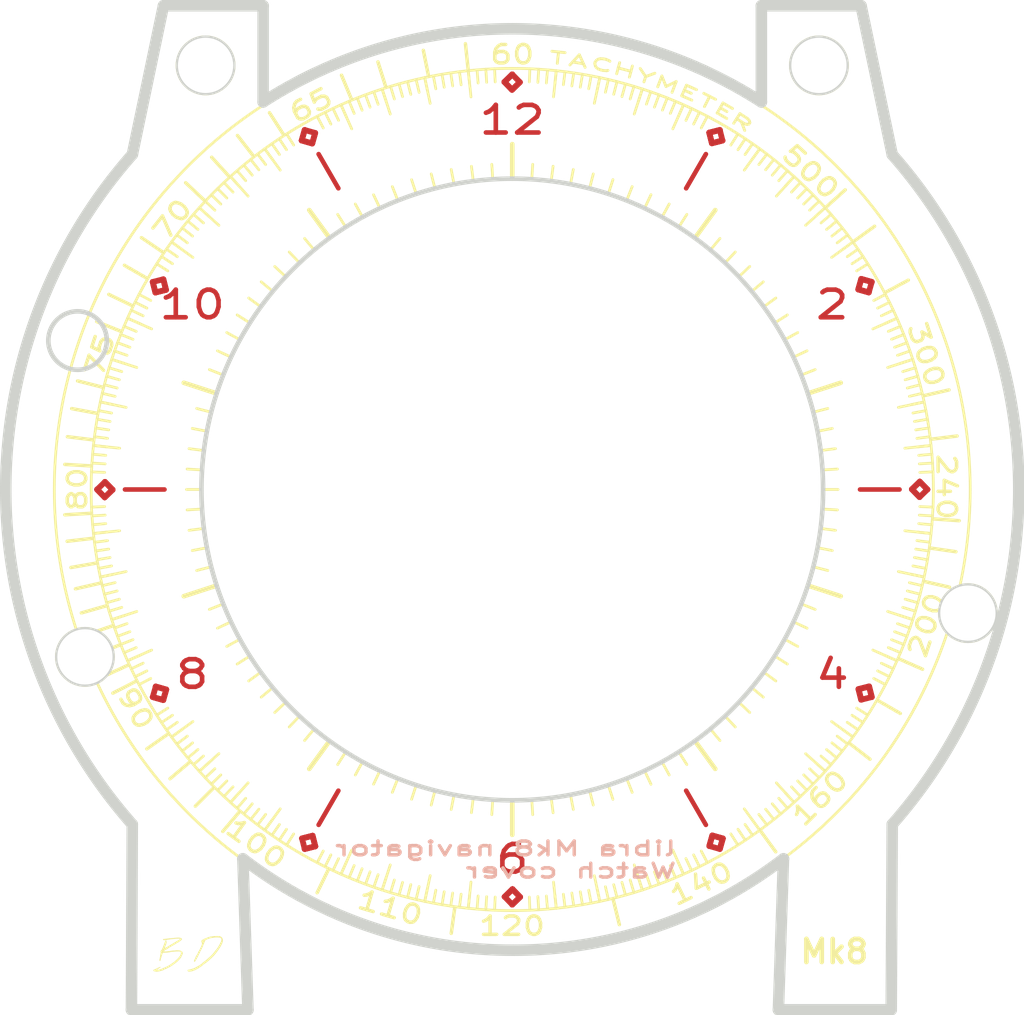
<source format=kicad_pcb>
(kicad_pcb (version 20211014) (generator pcbnew)
  (layers (0 "F.Cu" signal) (31 "B.Cu" signal) (34 "B.Paste" user) (35 "F.Paste" user) (36 "B.SilkS" user "B.Silkscreen") (37 "F.SilkS" user "F.Silkscreen") (38 "B.Mask" user) (39 "F.Mask" user) (44 "Edge.Cuts" user))
  (net 0 "")
  (footprint "BartLib_Logo:BD_small 3.5x2.6" (layer "F.Cu") (at 137.069147 115.256866)
    (fp_text reference "G***" hide)
    (fp_text value "LOGO" hide)
  )
  (gr_line (start 141.995551 79.94135) (end 142.451339 80.070799) (layer "F.Cu") (width 0.25))
  (gr_line (start 166.754438 104.115) (end 166.63865 103.655551) (layer "F.Cu") (width 0.25))
  (gr_line (start 133.45 94.77) (end 133.78 95.11) (layer "F.Cu") (width 0.25))
  (gr_line (start 168.84 94.76) (end 168.5 95.09) (layer "F.Cu") (width 0.25))
  (gr_line (start 160.155 79.485562) (end 159.695551 79.60135) (layer "F.Cu") (width 0.25))
  (gr_line (start 133.44 95.44) (end 133.78 95.11) (layer "F.Cu") (width 0.25))
  (gr_line (start 166.754438 86.085) (end 166.29865 85.955551) (layer "F.Cu") (width 0.25))
  (gr_line (start 166.63865 103.655551) (end 166.179201 103.771339) (layer "F.Cu") (width 0.25))
  (gr_line (start 142.580788 79.615011) (end 142.451339 80.070799) (layer "F.Cu") (width 0.25))
  (gr_line (start 151.14 113.13) (end 151.48 112.8) (layer "F.Cu") (width 0.25))
  (gr_line (start 135.64135 86.544449) (end 136.100799 86.428661) (layer "F.Cu") (width 0.25))
  (gr_line (start 135.525562 104.115) (end 135.98135 104.244449) (layer "F.Cu") (width 0.25))
  (gr_line (start 166.63865 103.655551) (end 166.179201 103.771339) (layer "F.Cu") (width 0.25))
  (gr_line (start 151.14 77.07) (end 151.47 77.41) (layer "F.Cu") (width 0.25))
  (gr_line (start 166.754438 86.085) (end 166.624989 86.540788) (layer "F.Cu") (width 0.25))
  (gr_line (start 166.754438 104.115) (end 166.294989 104.230788) (layer "F.Cu") (width 0.25))
  (gr_line (start 141.995551 79.94135) (end 142.451339 80.070799) (layer "F.Cu") (width 0.25))
  (gr_line (start 151.14 113.13) (end 151.48 112.8) (layer "F.Cu") (width 0.25))
  (gr_line (start 135.525562 86.085) (end 135.64135 86.544449) (layer "F.Cu") (width 0.25))
  (gr_line (start 150.8 77.4) (end 151.13 77.74) (layer "F.Cu") (width 0.25))
  (gr_line (start 160.284449 110.25865) (end 159.828661 110.129201) (layer "F.Cu") (width 0.25))
  (gr_line (start 166.754438 86.085) (end 166.29865 85.955551) (layer "F.Cu") (width 0.25))
  (gr_line (start 135.525562 86.085) (end 135.985011 85.969212) (layer "F.Cu") (width 0.25))
  (gr_line (start 166.754438 104.115) (end 166.63865 103.655551) (layer "F.Cu") (width 0.25))
  (gr_line (start 133.44 95.44) (end 133.78 95.11) (layer "F.Cu") (width 0.25))
  (gr_line (start 168.84 94.76) (end 168.5 95.09) (layer "F.Cu") (width 0.25))
  (gr_line (start 160.284449 110.25865) (end 159.828661 110.129201) (layer "F.Cu") (width 0.25))
  (gr_line (start 159.695551 79.60135) (end 159.811339 80.060799) (layer "F.Cu") (width 0.25))
  (gr_line (start 142.009212 110.254989) (end 142.468661 110.139201) (layer "F.Cu") (width 0.25))
  (gr_line (start 169.17 95.1) (end 168.84 94.76) (layer "F.Cu") (width 0.25))
  (gr_line (start 141.995551 79.94135) (end 142.451339 80.070799) (layer "F.Cu") (width 0.25))
  (gr_line (start 135.98135 104.244449) (end 136.110799 103.788661) (layer "F.Cu") (width 0.25))
  (gr_line (start 135.985011 85.969212) (end 136.100799 86.428661) (layer "F.Cu") (width 0.25))
  (gr_line (start 142.580788 79.615011) (end 142.451339 80.070799) (layer "F.Cu") (width 0.25))
  (gr_line (start 151.14 77.07) (end 150.8 77.4) (layer "F.Cu") (width 0.25))
  (gr_line (start 166.624989 86.540788) (end 166.169201 86.411339) (layer "F.Cu") (width 0.25))
  (gr_line (start 160.155 110.714438) (end 160.284449 110.25865) (layer "F.Cu") (width 0.25))
  (gr_line (start 166.29865 85.955551) (end 166.169201 86.411339) (layer "F.Cu") (width 0.25))
  (gr_line (start 142.125 79.485562) (end 141.995551 79.94135) (layer "F.Cu") (width 0.25))
  (gr_line (start 160.270788 79.945011) (end 159.811339 80.060799) (layer "F.Cu") (width 0.25))
  (gr_line (start 159.699212 110.584989) (end 159.828661 110.129201) (layer "F.Cu") (width 0.25))
  (gr_line (start 151.47 77.41) (end 151.13 77.74) (layer "F.Cu") (width 0.25))
  (gr_line (start 166.29865 85.955551) (end 166.169201 86.411339) (layer "F.Cu") (width 0.25))
  (gr_line (start 166.294989 104.230788) (end 166.179201 103.771339) (layer "F.Cu") (width 0.25))
  (gr_line (start 151.48 112.8) (end 151.15 112.46) (layer "F.Cu") (width 0.25))
  (gr_line (start 160.270788 79.945011) (end 159.811339 80.060799) (layer "F.Cu") (width 0.25))
  (gr_line (start 150.81 112.79) (end 151.15 112.46) (layer "F.Cu") (width 0.25))
  (gr_line (start 166.754438 104.115) (end 166.63865 103.655551) (layer "F.Cu") (width 0.25))
  (gr_line (start 135.64135 86.544449) (end 136.100799 86.428661) (layer "F.Cu") (width 0.25))
  (gr_line (start 142.125 110.714438) (end 142.009212 110.254989) (layer "F.Cu") (width 0.25))
  (gr_line (start 160.155 79.485562) (end 159.695551 79.60135) (layer "F.Cu") (width 0.25))
  (gr_line (start 168.84 94.76) (end 168.5 95.09) (layer "F.Cu") (width 0.25))
  (gr_line (start 135.525562 104.115) (end 135.98135 104.244449) (layer "F.Cu") (width 0.25))
  (gr_line (start 159.695551 79.60135) (end 159.811339 80.060799) (layer "F.Cu") (width 0.25))
  (gr_line (start 151.47 77.41) (end 151.13 77.74) (layer "F.Cu") (width 0.25))
  (gr_line (start 168.83 95.43) (end 168.5 95.09) (layer "F.Cu") (width 0.25))
  (gr_line (start 142.584449 110.59865) (end 142.468661 110.139201) (layer "F.Cu") (width 0.25))
  (gr_line (start 169.17 95.1) (end 168.84 94.76) (layer "F.Cu") (width 0.25))
  (gr_line (start 133.45 94.77) (end 133.78 95.11) (layer "F.Cu") (width 0.25))
  (gr_line (start 150.81 112.79) (end 151.15 112.46) (layer "F.Cu") (width 0.25))
  (gr_line (start 166.29865 85.955551) (end 166.169201 86.411339) (layer "F.Cu") (width 0.25))
  (gr_line (start 166.63865 103.655551) (end 166.179201 103.771339) (layer "F.Cu") (width 0.25))
  (gr_line (start 159.695551 79.60135) (end 159.811339 80.060799) (layer "F.Cu") (width 0.25))
  (gr_line (start 160.155 110.714438) (end 160.284449 110.25865) (layer "F.Cu") (width 0.25))
  (gr_line (start 168.83 95.43) (end 168.5 95.09) (layer "F.Cu") (width 0.25))
  (gr_line (start 142.125 110.714438) (end 142.584449 110.59865) (layer "F.Cu") (width 0.25))
  (gr_line (start 135.655011 103.659212) (end 136.110799 103.788661) (layer "F.Cu") (width 0.25))
  (gr_line (start 135.98135 104.244449) (end 136.110799 103.788661) (layer "F.Cu") (width 0.25))
  (gr_line (start 160.284449 110.25865) (end 159.828661 110.129201) (layer "F.Cu") (width 0.25))
  (gr_line (start 169.17 95.1) (end 168.83 95.43) (layer "F.Cu") (width 0.25))
  (gr_line (start 135.655011 103.659212) (end 136.110799 103.788661) (layer "F.Cu") (width 0.25))
  (gr_line (start 142.125 110.714438) (end 142.584449 110.59865) (layer "F.Cu") (width 0.25))
  (gr_line (start 133.11 95.1) (end 133.44 95.44) (layer "F.Cu") (width 0.25))
  (gr_line (start 151.14 113.13) (end 150.81 112.79) (layer "F.Cu") (width 0.25))
  (gr_line (start 166.294989 104.230788) (end 166.179201 103.771339) (layer "F.Cu") (width 0.25))
  (gr_line (start 133.11 95.1) (end 133.44 95.44) (layer "F.Cu") (width 0.25))
  (gr_line (start 133.11 95.1) (end 133.45 94.77) (layer "F.Cu") (width 0.25))
  (gr_line (start 151.47 77.41) (end 151.13 77.74) (layer "F.Cu") (width 0.25))
  (gr_line (start 142.009212 110.254989) (end 142.468661 110.139201) (layer "F.Cu") (width 0.25))
  (gr_line (start 160.155 79.485562) (end 160.270788 79.945011) (layer "F.Cu") (width 0.25))
  (gr_line (start 133.45 94.77) (end 133.78 95.11) (layer "F.Cu") (width 0.25))
  (gr_line (start 142.584449 110.59865) (end 142.468661 110.139201) (layer "F.Cu") (width 0.25))
  (gr_line (start 160.270788 79.945011) (end 159.811339 80.060799) (layer "F.Cu") (width 0.25))
  (gr_line (start 135.525562 104.115) (end 135.655011 103.659212) (layer "F.Cu") (width 0.25))
  (gr_line (start 135.985011 85.969212) (end 136.100799 86.428661) (layer "F.Cu") (width 0.25))
  (gr_line (start 168.83 95.43) (end 168.5 95.09) (layer "F.Cu") (width 0.25))
  (gr_line (start 151.14 77.07) (end 150.8 77.4) (layer "F.Cu") (width 0.25))
  (gr_line (start 142.584449 110.59865) (end 142.468661 110.139201) (layer "F.Cu") (width 0.25))
  (gr_line (start 142.580788 79.615011) (end 142.451339 80.070799) (layer "F.Cu") (width 0.25))
  (gr_line (start 135.525562 104.115) (end 135.98135 104.244449) (layer "F.Cu") (width 0.25))
  (gr_line (start 151.14 77.07) (end 150.8 77.4) (layer "F.Cu") (width 0.25))
  (gr_line (start 142.009212 110.254989) (end 142.468661 110.139201) (layer "F.Cu") (width 0.25))
  (gr_line (start 151.14 113.13) (end 151.48 112.8) (layer "F.Cu") (width 0.25))
  (gr_line (start 159.699212 110.584989) (end 159.828661 110.129201) (layer "F.Cu") (width 0.25))
  (gr_line (start 151.48 112.8) (end 151.15 112.46) (layer "F.Cu") (width 0.25))
  (gr_line (start 135.985011 85.969212) (end 136.100799 86.428661) (layer "F.Cu") (width 0.25))
  (gr_line (start 169.17 95.1) (end 168.84 94.76) (layer "F.Cu") (width 0.25))
  (gr_line (start 166.754438 86.085) (end 166.29865 85.955551) (layer "F.Cu") (width 0.25))
  (gr_line (start 135.98135 104.244449) (end 136.110799 103.788661) (layer "F.Cu") (width 0.25))
  (gr_line (start 135.525562 86.085) (end 135.64135 86.544449) (layer "F.Cu") (width 0.25))
  (gr_line (start 135.525562 86.085) (end 135.64135 86.544449) (layer "F.Cu") (width 0.25))
  (gr_line (start 142.125 79.485562) (end 141.995551 79.94135) (layer "F.Cu") (width 0.25))
  (gr_line (start 166.624989 86.540788) (end 166.169201 86.411339) (layer "F.Cu") (width 0.25))
  (gr_line (start 142.125 79.485562) (end 141.995551 79.94135) (layer "F.Cu") (width 0.25))
  (gr_line (start 151.48 112.8) (end 151.15 112.46) (layer "F.Cu") (width 0.25))
  (gr_line (start 160.155 79.485562) (end 159.695551 79.60135) (layer "F.Cu") (width 0.25))
  (gr_line (start 135.64135 86.544449) (end 136.100799 86.428661) (layer "F.Cu") (width 0.25))
  (gr_line (start 142.125 110.714438) (end 142.584449 110.59865) (layer "F.Cu") (width 0.25))
  (gr_line (start 159.699212 110.584989) (end 159.828661 110.129201) (layer "F.Cu") (width 0.25))
  (gr_line (start 160.155 110.714438) (end 159.699212 110.584989) (layer "F.Cu") (width 0.25))
  (gr_line (start 135.655011 103.659212) (end 136.110799 103.788661) (layer "F.Cu") (width 0.25))
  (gr_line (start 142.125 79.485562) (end 142.580788 79.615011) (layer "F.Cu") (width 0.25))
  (gr_line (start 150.8 77.4) (end 151.13 77.74) (layer "F.Cu") (width 0.25))
  (gr_line (start 166.624989 86.540788) (end 166.169201 86.411339) (layer "F.Cu") (width 0.25))
  (gr_line (start 166.294989 104.230788) (end 166.179201 103.771339) (layer "F.Cu") (width 0.25))
  (gr_line (start 150.81 112.79) (end 151.15 112.46) (layer "F.Cu") (width 0.25))
  (gr_line (start 150.8 77.4) (end 151.13 77.74) (layer "F.Cu") (width 0.25))
  (gr_line (start 160.155 110.714438) (end 160.284449 110.25865) (layer "F.Cu") (width 0.25))
  (gr_line (start 133.11 95.1) (end 133.44 95.44) (layer "F.Cu") (width 0.25))
  (gr_line (start 133.44 95.44) (end 133.78 95.11) (layer "F.Cu") (width 0.25))
  (gr_line (start 150.374094 113.373957) (end 150.398053 112.802309) (layer "F.SilkS") (width 0.12))
  (gr_line (start 140.701649 80.081181) (end 141.028183 80.551002) (layer "F.SilkS") (width 0.12))
  (gr_line (start 138.588017 90.130319) (end 137.983662 89.891038) (layer "F.SilkS") (width 0.12))
  (gr_circle (center 164.46 76.68) (end 165.66 76.68) (layer "F.SilkS") (width 0.2) (fill none))
  (gr_line (start 161.890592 80.303079) (end 161.554291 80.765958) (layer "F.SilkS") (width 0.12))
  (gr_line (start 161.261531 110.334129) (end 160.944908 109.857573) (layer "F.SilkS") (width 0.12))
  (gr_line (start 168.534824 100.751921) (end 167.990677 100.575117) (layer "F.SilkS") (width 0.12))
  (gr_line (start 143.204899 84.178271) (end 142.822839 83.65241) (layer "F.SilkS") (width 0.12))
  (gr_line (start 156.426392 77.590626) (end 156.261022 78.138356) (layer "F.SilkS") (width 0.12))
  (gr_line (start 165.936921 84.349408) (end 165.474042 84.685709) (layer "F.SilkS") (width 0.12))
  (gr_line (start 164.613361 94.252328) (end 165.262078 94.211514) (layer "F.SilkS") (width 0.12))
  (gr_line (start 152.831999 81.706452) (end 152.913466 81.061577) (layer "F.SilkS") (width 0.12))
  (gr_line (start 133.997112 101.475383) (end 134.533378 101.275948) (layer "F.SilkS") (width 0.12))
  (gr_line (start 148.0898 113.133868) (end 148.185217 112.56973) (layer "F.SilkS") (width 0.12))
  (gr_line (start 132.950195 97.011826) (end 133.519211 96.95202) (layer "F.SilkS") (width 0.12))
  (gr_line (start 148.610352 81.839122) (end 148.488554 81.200635) (layer "F.SilkS") (width 0.12))
  (gr_line (start 153.432345 76.954222) (end 153.360636 77.52186) (layer "F.SilkS") (width 0.12))
  (gr_line (start 145.853608 112.609374) (end 146.018978 112.061644) (layer "F.SilkS") (width 0.12))
  (gr_line (start 164.472836 107.620367) (end 164.055757 107.228703) (layer "F.SilkS") (width 0.12))
  (gr_line (start 165.936921 84.349408) (end 165.011162 85.022011) (layer "F.SilkS") (width 0.12))
  (gr_line (start 163.091063 108.94544) (end 162.717208 108.512325) (layer "F.SilkS") (width 0.12))
  (gr_line (start 168.649374 100.386392) (end 168.101644 100.221022) (layer "F.SilkS") (width 0.12))
  (gr_line (start 136.121181 105.538351) (end 136.591002 105.211817) (layer "F.SilkS") (width 0.12))
  (gr_line (start 133.24968 98.902705) (end 133.809327 98.783748) (layer "F.SilkS") (width 0.12))
  (gr_line (start 133.745176 100.751921) (end 134.289323 100.575117) (layer "F.SilkS") (width 0.12))
  (gr_line (start 140.081882 109.668532) (end 140.427803 109.212797) (layer "F.SilkS") (width 0.12))
  (gr_line (start 143.007623 111.482568) (end 143.262021 110.970087) (layer "F.SilkS") (width 0.12))
  (gr_line (start 145.488079 77.705176) (end 145.841687 78.793471) (layer "F.SilkS") (width 0.12))
  (gr_line (start 168.145612 101.832998) (end 167.61364 101.622376) (layer "F.SilkS") (width 0.12))
  (gr_line (start 164.533548 93.408001) (end 165.178423 93.326534) (layer "F.SilkS") (width 0.12))
  (gr_line (start 132.866043 95.865906) (end 133.437691 95.841947) (layer "F.SilkS") (width 0.12))
  (gr_line (start 168.855386 99.648538) (end 168.301211 99.50625) (layer "F.SilkS") (width 0.12))
  (gr_line (start 151.987672 81.626639) (end 152.028486 80.977922) (layer "F.SilkS") (width 0.12))
  (gr_line (start 149.228174 76.910195) (end 149.28798 77.479211) (layer "F.SilkS") (width 0.12))
  (gr_line (start 169.03032 91.297295) (end 167.911025 91.535209) (layer "F.SilkS") (width 0.12))
  (gr_line (start 137.666639 94.252328) (end 137.017922 94.211514) (layer "F.SilkS") (width 0.12))
  (gr_line (start 138.343158 108.167705) (end 138.74347 107.758919) (layer "F.SilkS") (width 0.12))
  (gr_line (start 138.901601 108.692119) (end 139.667288 107.841738) (layer "F.SilkS") (width 0.12))
  (gr_line (start 161.578351 110.118819) (end 161.251817 109.648998) (layer "F.SilkS") (width 0.12))
  (gr_line (start 148.468141 77.006209) (end 148.551722 77.572221) (layer "F.SilkS") (width 0.12))
  (gr_line (start 154.497313 82.024127) (end 154.658961 81.394548) (layer "F.SilkS") (width 0.12))
  (gr_line (start 153.432345 113.245778) (end 153.360636 112.67814) (layer "F.SilkS") (width 0.12))
  (gr_line (start 163.979263 99.271729) (end 164.59745 99.47259) (layer "F.SilkS") (width 0.12))
  (gr_line (start 162.798485 81.007313) (end 162.433783 81.448162) (layer "F.SilkS") (width 0.12))
  (gr_line (start 156.88802 82.884835) (end 157.164777 82.296697) (layer "F.SilkS") (width 0.12))
  (gr_line (start 133.333242 90.923463) (end 133.890275 91.054114) (layer "F.SilkS") (width 0.12))
  (gr_line (start 169.03032 98.902705) (end 168.470673 98.783748) (layer "F.SilkS") (width 0.12))
  (gr_line (start 163.378399 108.692119) (end 162.995556 108.266929) (layer "F.SilkS") (width 0.12))
  (gr_line (start 138.064127 91.742687) (end 137.434548 91.581039) (layer "F.SilkS") (width 0.12))
  (gr_line (start 156.426392 112.609374) (end 156.261022 112.061644) (layer "F.SilkS") (width 0.12))
  (gr_line (start 151.905906 76.826043) (end 151.881947 77.397691) (layer "F.SilkS") (width 0.12))
  (gr_line (start 169.413957 95.865906) (end 168.842309 95.841947) (layer "F.SilkS") (width 0.12))
  (gr_line (start 168.000877 88.01234) (end 167.473433 88.234057) (layer "F.SilkS") (width 0.12))
  (gr_line (start 140.218271 87.164899) (end 139.69241 86.782839) (layer "F.SilkS") (width 0.12))
  (gr_line (start 138.901601 108.692119) (end 139.284444 108.266929) (layer "F.SilkS") (width 0.12))
  (gr_line (start 137.547881 107.338399) (end 137.973071 106.955556) (layer "F.SilkS") (width 0.12))
  (gr_line (start 169.106034 91.672796) (end 168.544018 91.780006) (layer "F.SilkS") (width 0.12))
  (gr_line (start 162.061729 103.035101) (end 162.58759 103.417161) (layer "F.SilkS") (width 0.12))
  (gr_line (start 140.081882 80.531468) (end 140.427803 80.987203) (layer "F.SilkS") (width 0.12))
  (gr_line (start 137.29456 107.051063) (end 137.727675 106.677208) (layer "F.SilkS") (width 0.12))
  (gr_line (start 161.578351 80.081181) (end 161.251817 80.551002) (layer "F.SilkS") (width 0.12))
  (gr_line (start 145.488079 112.494824) (end 145.841687 111.406529) (layer "F.SilkS") (width 0.12))
  (gr_line (start 168.756243 90.181456) (end 168.20517 90.335318) (layer "F.SilkS") (width 0.12))
  (gr_line (start 147.337295 112.99032) (end 147.456252 112.430673) (layer "F.SilkS") (width 0.12))
  (gr_line (start 140.389408 80.303079) (end 140.725709 80.765958) (layer "F.SilkS") (width 0.12))
  (gr_line (start 165.473753 106.460793) (end 165.025363 106.105403) (layer "F.SilkS") (width 0.12))
  (gr_line (start 156.791921 77.705176) (end 156.438313 78.793471) (layer "F.SilkS") (width 0.12))
  (gr_line (start 168.282888 88.724617) (end 167.746622 88.924052) (layer "F.SilkS") (width 0.12))
  (gr_line (start 141.298924 104.341386) (end 140.825094 104.786342) (layer "F.SilkS") (width 0.12))
  (gr_line (start 163.691983 100.069681) (end 164.296338 100.308962) (layer "F.SilkS") (width 0.12))
  (gr_line (start 138.924835 89.35198) (end 138.336697 89.075223) (layer "F.SilkS") (width 0.12))
  (gr_line (start 149.228174 113.289805) (end 149.347786 112.151773) (layer "F.SilkS") (width 0.12))
  (gr_line (start 169.03032 98.902705) (end 167.911025 98.664791) (layer "F.SilkS") (width 0.12))
  (gr_line (start 147.337295 112.99032) (end 147.575209 111.871025) (layer "F.SilkS") (width 0.12))
  (gr_line (start 137.047313 106.758485) (end 137.488162 106.393783) (layer "F.SilkS") (width 0.12))
  (gr_line (start 132.914146 96.630468) (end 133.484289 96.582592) (layer "F.SilkS") (width 0.12))
  (gr_line (start 151.14 108.6) (end 151.14 110.1) (layer "F.SilkS") (width 0.2))
  (gr_line (start 160.381386 104.941076) (end 160.826342 105.414906) (layer "F.SilkS") (width 0.12))
  (gr_line (start 137.807164 107.620367) (end 138.224243 107.228703) (layer "F.SilkS") (width 0.12))
  (gr_line (start 132.950195 93.188174) (end 134.088227 93.307786) (layer "F.SilkS") (width 0.12))
  (gr_line (start 163.979263 90.928271) (end 164.59745 90.72741) (layer "F.SilkS") (width 0.12))
  (gr_line (start 163.979263 99.271729) (end 165.405848 99.735254) (layer "F.SilkS") (width 0.2))
  (gr_line (start 160.940272 110.542758) (end 160.633699 110.059676) (layer "F.SilkS") (width 0.12))
  (gr_line (start 137.879122 92.570352) (end 137.240635 92.448554) (layer "F.SilkS") (width 0.12))
  (gr_line (start 149.448001 108.493548) (end 149.366534 109.138423) (layer "F.SilkS") (width 0.12))
  (gr_line (start 168.946758 90.923463) (end 168.389725 91.054114) (layer "F.SilkS") (width 0.12))
  (gr_line (start 164.400878 97.629648) (end 165.039365 97.751446) (layer "F.SilkS") (width 0.12))
  (gr_line (start 165.708532 84.041882) (end 165.252797 84.387803) (layer "F.SilkS") (width 0.12))
  (gr_line (start 156.109681 82.548017) (end 156.348962 81.943662) (layer "F.SilkS") (width 0.12))
  (gr_line (start 154.942705 112.99032) (end 154.704791 111.871025) (layer "F.SilkS") (width 0.12))
  (gr_line (start 162.500793 109.433753) (end 162.145403 108.985363) (layer "F.SilkS") (width 0.12))
  (gr_line (start 138.901601 81.507881) (end 139.284444 81.933071) (layer "F.SilkS") (width 0.12))
  (gr_line (start 141.018469 110.334129) (end 141.335092 109.857573) (layer "F.SilkS") (width 0.12))
  (gr_line (start 143.906338 106.498427) (end 143.558051 107.04724) (layer "F.SilkS") (width 0.12))
  (gr_line (start 134.134388 101.832998) (end 134.66636 101.622376) (layer "F.SilkS") (width 0.12))
  (gr_line (start 144.05234 111.960877) (end 144.274057 111.433433) (layer "F.SilkS") (width 0.12))
  (gr_line (start 152.288439 113.353909) (end 152.252513 112.782888) (layer "F.SilkS") (width 0.12))
  (gr_line (start 155.316537 77.293242) (end 155.185886 77.850275) (layer "F.SilkS") (width 0.12))
  (gr_line (start 159.613684 78.891337) (end 159.348609 79.398378) (layer "F.SilkS") (width 0.12))
  (gr_line (start 162.97014 101.603675) (end 163.539739 101.916815) (layer "F.SilkS") (width 0.12))
  (gr_line (start 164.732119 82.861601) (end 164.306929 83.244444) (layer "F.SilkS") (width 0.12))
  (gr_line (start 143.204899 106.021729) (end 142.822839 106.54759) (layer "F.SilkS") (width 0.12))
  (gr_line (start 163.378399 81.507881) (end 162.612712 82.358262) (layer "F.SilkS") (width 0.12))
  (gr_line (start 141.898614 104.941076) (end 141.453658 105.414906) (layer "F.SilkS") (width 0.12))
  (gr_line (start 155.688538 77.384614) (end 155.54625 77.938789) (layer "F.SilkS") (width 0.12))
  (gr_line (start 149.228174 76.910195) (end 149.347786 78.048227) (layer "F.SilkS") (width 0.12))
  (gr_line (start 153.051826 76.910195) (end 152.932214 78.048227) (layer "F.SilkS") (width 0.12))
  (gr_line (start 157.643675 106.93014) (end 157.956815 107.499739) (layer "F.SilkS") (width 0.12))
  (gr_line (start 158.579213 78.391254) (end 158.113784 79.436625) (layer "F.SilkS") (width 0.12))
  (gr_line (start 159.075101 84.178271) (end 159.956779 82.964746) (layer "F.SilkS") (width 0.2))
  (gr_line (start 143.352497 78.550713) (end 143.596107 79.06841) (layer "F.SilkS") (width 0.12))
  (gr_line (start 165.936921 105.850592) (end 165.011162 105.177989) (layer "F.SilkS") (width 0.12))
  (gr_line (start 159.745224 105.501929) (end 160.15955 106.002763) (layer "F.SilkS") (width 0.12))
  (gr_line (start 137.547881 82.861601) (end 137.973071 83.244444) (layer "F.SilkS") (width 0.12))
  (gr_line (start 148.610352 108.360878) (end 148.488554 108.999365) (layer "F.SilkS") (width 0.12))
  (gr_line (start 164.732119 82.861601) (end 163.881738 83.627288) (layer "F.SilkS") (width 0.12))
  (gr_line (start 164.215873 98.457313) (end 164.845452 98.618961) (layer "F.SilkS") (width 0.12))
  (gr_line (start 168.282888 101.475383) (end 167.746622 101.275948) (layer "F.SilkS") (width 0.12))
  (gr_line (start 132.994222 97.392345) (end 133.56186 97.320636) (layer "F.SilkS") (width 0.12))
  (gr_line (start 144.636325 106.93014) (end 144.323185 107.499739) (layer "F.SilkS") (width 0.12))
  (gr_line (start 169.393909 96.248439) (end 168.822888 96.212513) (layer "F.SilkS") (width 0.12))
  (gr_line (start 164.732119 107.338399) (end 163.881738 106.572712) (layer "F.SilkS") (width 0.12))
  (gr_line (start 134.931337 86.626316) (end 135.438378 86.891391) (layer "F.SilkS") (width 0.12))
  (gr_line (start 160.940272 79.657242) (end 160.633699 80.140324) (layer "F.SilkS") (width 0.12))
  (gr_line (start 143.700787 78.391254) (end 144.166216 79.436625) (layer "F.SilkS") (width 0.12))
  (gr_line (start 144.407002 78.094388) (end 144.617624 78.62636) (layer "F.SilkS") (width 0.12))
  (gr_line (start 140.738071 103.705224) (end 140.237237 104.11955) (layer "F.SilkS") (width 0.12))
  (gr_line (start 164.472836 82.579633) (end 164.055757 82.971297) (layer "F.SilkS") (width 0.12))
  (gr_line (start 138.300737 99.271729) (end 137.68255 99.47259) (layer "F.SilkS") (width 0.12))
  (gr_line (start 154.567204 77.133966) (end 154.459994 77.695982) (layer "F.SilkS") (width 0.12))
  (gr_line (start 150.292328 108.573361) (end 150.251514 109.222078) (layer "F.SilkS") (width 0.12))
  (gr_line (start 135.905871 84.978469) (end 136.382427 85.295092) (layer "F.SilkS") (width 0.12))
  (gr_line (start 140.389408 109.896921) (end 140.725709 109.434042) (layer "F.SilkS") (width 0.12))
  (gr_line (start 138.300737 90.928271) (end 136.874152 90.464746) (layer "F.SilkS") (width 0.2))
  (gr_line (start 138.619633 81.767164) (end 139.011297 82.184243) (layer "F.SilkS") (width 0.12))
  (gr_line (start 148.847655 113.245778) (end 148.919364 112.67814) (layer "F.SilkS") (width 0.12))
  (gr_line (start 169.329805 97.011826) (end 168.760789 96.95202) (layer "F.SilkS") (width 0.12))
  (gr_line (start 143.352497 111.649287) (end 143.596107 111.13159) (layer "F.SilkS") (width 0.12))
  (gr_line (start 166.374129 105.221531) (end 165.897573 104.904908) (layer "F.SilkS") (width 0.12))
  (gr_line (start 136.343079 84.349408) (end 137.268838 85.022011) (layer "F.SilkS") (width 0.12))
  (gr_line (start 158.22766 78.239123) (end 158.005943 78.766567) (layer "F.SilkS") (width 0.12))
  (gr_circle (center 170.93 100.47) (end 172.13 100.47) (layer "F.SilkS") (width 0.2) (fill none))
  (gr_line (start 151.905906 113.373957) (end 151.881947 112.802309) (layer "F.SilkS") (width 0.12))
  (gr_line (start 167.689287 102.887503) (end 167.17159 102.643893) (layer "F.SilkS") (width 0.12))
  (gr_line (start 145.125029 77.827356) (end 145.31319 78.367681) (layer "F.SilkS") (width 0.12))
  (gr_line (start 132.950195 97.011826) (end 134.088227 96.892214) (layer "F.SilkS") (width 0.12))
  (gr_line (start 145.488079 112.494824) (end 145.664883 111.950677) (layer "F.SilkS") (width 0.12))
  (gr_line (start 147.337295 77.20968) (end 147.456252 77.769327) (layer "F.SilkS") (width 0.12))
  (gr_line (start 168.534824 89.448079) (end 167.990677 89.624883) (layer "F.SilkS") (width 0.12))
  (gr_line (start 168.946758 99.276537) (end 168.389725 99.145886) (layer "F.SilkS") (width 0.12))
  (gr_line (start 168.412644 89.085029) (end 167.872319 89.27319) (layer "F.SilkS") (width 0.12))
  (gr_line (start 143.700787 111.808746) (end 143.933501 111.286061) (layer "F.SilkS") (width 0.12))
  (gr_line (start 134.757432 86.967623) (end 135.269913 87.222021) (layer "F.SilkS") (width 0.12))
  (gr_line (start 157.515383 112.242888) (end 157.315948 111.706622) (layer "F.SilkS") (width 0.12))
  (gr_line (start 148.0898 77.066132) (end 148.185217 77.63027) (layer "F.SilkS") (width 0.12))
  (gr_line (start 154.567204 113.066034) (end 154.459994 112.504018) (layer "F.SilkS") (width 0.12))
  (gr_line (start 166.582758 104.900272) (end 166.099676 104.593699) (layer "F.SilkS") (width 0.12))
  (gr_line (start 138.072295 82.303158) (end 138.481081 82.70347) (layer "F.SilkS") (width 0.12))
  (gr_line (start 169.173868 92.0498) (end 168.60973 92.145217) (layer "F.SilkS") (width 0.12))
  (gr_line (start 158.373662 106.498427) (end 158.721949 107.04724) (layer "F.SilkS") (width 0.12))
  (gr_line (start 139.741573 87.866338) (end 139.19276 87.518051) (layer "F.SilkS") (width 0.12))
  (gr_line (start 152.670468 76.874146) (end 152.622592 77.444289) (layer "F.SilkS") (width 0.12))
  (gr_line (start 157.515383 77.957112) (end 157.315948 78.493378) (layer "F.SilkS") (width 0.12))
  (gr_line (start 146.963463 112.906758) (end 147.094114 112.349725) (layer "F.SilkS") (width 0.12))
  (gr_line (start 155.688538 112.815386) (end 155.54625 112.261211) (layer "F.SilkS") (width 0.12))
  (gr_line (start 133.630626 100.386392) (end 134.178356 100.221022) (layer "F.SilkS") (width 0.12))
  (gr_line (start 167.848746 102.539213) (end 167.326061 102.306499) (layer "F.SilkS") (width 0.12))
  (gr_line (start 169.329805 97.011826) (end 168.191773 96.892214) (layer "F.SilkS") (width 0.12))
  (gr_line (start 142.666316 111.308663) (end 142.931391 110.801622) (layer "F.SilkS") (width 0.12))
  (gr_line (start 168.145612 88.367002) (end 167.61364 88.577624) (layer "F.SilkS") (width 0.12))
  (gr_line (start 147.782687 82.024127) (end 147.621039 81.394548) (layer "F.SilkS") (width 0.12))
  (gr_line (start 133.106132 92.0498) (end 133.67027 92.145217) (layer "F.SilkS") (width 0.12))
  (gr_line (start 133.046209 92.428141) (end 133.612221 92.511722) (layer "F.SilkS") (width 0.12))
  (gr_line (start 146.968271 82.260737) (end 146.76741 81.64255) (layer "F.SilkS") (width 0.12))
  (gr_line (start 166.158819 105.538351) (end 165.688998 105.211817) (layer "F.SilkS") (width 0.12))
  (gr_line (start 146.221456 112.716243) (end 146.375318 112.16517) (layer "F.SilkS") (width 0.12))
  (gr_line (start 134.431254 87.660787) (end 135.476625 88.126216) (layer "F.SilkS") (width 0.12))
  (gr_line (start 161.890592 109.896921) (end 161.217989 108.971162) (layer "F.SilkS") (width 0.12))
  (gr_line (start 133.630626 89.813608) (end 134.178356 89.978978) (layer "F.SilkS") (width 0.12))
  (gr_line (start 165.936921 105.850592) (end 165.474042 105.514291) (layer "F.SilkS") (width 0.12))
  (gr_line (start 163.660367 81.767164) (end 163.268703 82.184243) (layer "F.SilkS") (width 0.12))
  (gr_line (start 152.831999 108.493548) (end 152.913466 109.138423) (layer "F.SilkS") (width 0.12))
  (gr_line (start 140.738071 86.494776) (end 140.237237 86.08045) (layer "F.SilkS") (width 0.12))
  (gr_line (start 168.534824 100.751921) (end 167.446529 100.398313) (layer "F.SilkS") (width 0.12))
  (gr_line (start 158.579213 78.391254) (end 158.346499 78.913939) (layer "F.SilkS") (width 0.12))
  (gr_line (start 164.207705 82.303158) (end 163.798919 82.70347) (layer "F.SilkS") (width 0.12))
  (gr_line (start 133.24968 91.297295) (end 133.809327 91.416252) (layer "F.SilkS") (width 0.12))
  (gr_circle (center 151.14 95.1) (end 151.14 76.81) (layer "F.SilkS") (width 0.12) (fill none))
  (gr_line (start 160.981076 104.341386) (end 161.454906 104.786342) (layer "F.SilkS") (width 0.12))
  (gr_line (start 162.538427 102.333662) (end 163.08724 102.681949) (layer "F.SilkS") (width 0.12))
  (gr_line (start 166.582758 85.299728) (end 166.099676 85.606301) (layer "F.SilkS") (width 0.12))
  (gr_line (start 169.393909 93.951561) (end 168.822888 93.987487) (layer "F.SilkS") (width 0.12))
  (gr_line (start 151.14 108.6) (end 151.14 109.25) (layer "F.SilkS") (width 0.12))
  (gr_line (start 133.745176 89.448079) (end 134.833471 89.801687) (layer "F.SilkS") (width 0.12))
  (gr_line (start 139.741573 102.333662) (end 139.19276 102.681949) (layer "F.SilkS") (width 0.12))
  (gr_line (start 153.051826 113.289805) (end 152.932214 112.151773) (layer "F.SilkS") (width 0.12))
  (gr_line (start 147.782687 108.175873) (end 147.621039 108.805452) (layer "F.SilkS") (width 0.12))
  (gr_line (start 136.571468 106.158118) (end 137.027203 105.812197) (layer "F.SilkS") (width 0.12))
  (gr_line (start 149.609532 76.874146) (end 149.657408 77.444289) (layer "F.SilkS") (width 0.12))
  (gr_line (start 165.708532 106.158118) (end 165.252797 105.812197) (layer "F.SilkS") (width 0.12))
  (gr_line (start 132.886091 96.248439) (end 133.457112 96.212513) (layer "F.SilkS") (width 0.12))
  (gr_line (start 164.215873 91.742687) (end 164.845452 91.581039) (layer "F.SilkS") (width 0.12))
  (gr_line (start 135.697242 104.900272) (end 136.180324 104.593699) (layer "F.SilkS") (width 0.12))
  (gr_line (start 163.691983 90.130319) (end 164.296338 89.891038) (layer "F.SilkS") (width 0.12))
  (gr_line (start 146.968271 107.939263) (end 146.76741 108.55745) (layer "F.SilkS") (width 0.12))
  (gr_line (start 132.950195 93.188174) (end 133.519211 93.24798) (layer "F.SilkS") (width 0.12))
  (gr_line (start 156.058544 112.716243) (end 155.904682 112.16517) (layer "F.SilkS") (width 0.12))
  (gr_line (start 143.204899 84.178271) (end 142.323221 82.964746) (layer "F.SilkS") (width 0.2))
  (gr_line (start 139.30986 101.603675) (end 138.740261 101.916815) (layer "F.SilkS") (width 0.12))
  (gr_line (start 168.534824 89.448079) (end 167.446529 89.801687) (layer "F.SilkS") (width 0.12))
  (gr_line (start 134.279123 88.01234) (end 134.806567 88.234057) (layer "F.SilkS") (width 0.12))
  (gr_line (start 165.473753 83.739207) (end 165.025363 84.094597) (layer "F.SilkS") (width 0.12))
  (gr_line (start 158.579213 111.808746) (end 158.346499 111.286061) (layer "F.SilkS") (width 0.12))
  (gr_line (start 153.669648 81.839122) (end 153.791446 81.200635) (layer "F.SilkS") (width 0.12))
  (gr_line (start 139.30986 88.596325) (end 138.740261 88.283185) (layer "F.SilkS") (width 0.12))
  (gr_line (start 167.348663 86.626316) (end 166.841622 86.891391) (layer "F.SilkS") (width 0.12))
  (gr_line (start 164.98544 83.148937) (end 164.552325 83.522792) (layer "F.SilkS") (width 0.12))
  (gr_line (start 161.541929 103.705224) (end 162.042763 104.11955) (layer "F.SilkS") (width 0.12))
  (gr_line (start 143.700787 111.808746) (end 144.166216 110.763375) (layer "F.SilkS") (width 0.12))
  (gr_line (start 136.806247 83.739207) (end 137.254637 84.094597) (layer "F.SilkS") (width 0.12))
  (gr_line (start 136.806247 106.460793) (end 137.254637 106.105403) (layer "F.SilkS") (width 0.12))
  (gr_line (start 169.233791 97.771859) (end 168.667779 97.688278) (layer "F.SilkS") (width 0.12))
  (gr_line (start 167.522568 86.967623) (end 167.010087 87.222021) (layer "F.SilkS") (width 0.12))
  (gr_line (start 155.311729 82.260737) (end 155.51259 81.64255) (layer "F.SilkS") (width 0.12))
  (gr_line (start 158.373662 83.701573) (end 158.721949 83.15276) (layer "F.SilkS") (width 0.12))
  (gr_line (start 162.198118 80.531468) (end 161.852197 80.987203) (layer "F.SilkS") (width 0.12))
  (gr_line (start 161.541929 86.494776) (end 162.042763 86.08045) (layer "F.SilkS") (width 0.12))
  (gr_line (start 163.378399 108.692119) (end 162.612712 107.841738) (layer "F.SilkS") (width 0.12))
  (gr_line (start 165.232687 83.441515) (end 164.791838 83.806217) (layer "F.SilkS") (width 0.12))
  (gr_line (start 160.381386 85.258924) (end 160.826342 84.785094) (layer "F.SilkS") (width 0.12))
  (gr_line (start 168.000877 102.18766) (end 167.473433 101.965943) (layer "F.SilkS") (width 0.12))
  (gr_line (start 169.285778 97.392345) (end 168.71814 97.320636) (layer "F.SilkS") (width 0.12))
  (gr_line (start 133.523757 90.181456) (end 134.07483 90.335318) (layer "F.SilkS") (width 0.12))
  (gr_line (start 137.807164 82.579633) (end 138.224243 82.971297) (layer "F.SilkS") (width 0.12))
  (gr_line (start 158.927503 78.550713) (end 158.683893 79.06841) (layer "F.SilkS") (width 0.12))
  (gr_line (start 134.431254 87.660787) (end 134.953939 87.893501) (layer "F.SilkS") (width 0.12))
  (gr_line (start 163.936842 108.167705) (end 163.53653 107.758919) (layer "F.SilkS") (width 0.12))
  (gr_line (start 159.075101 84.178271) (end 159.457161 83.65241) (layer "F.SilkS") (width 0.12))
  (gr_line (start 153.051826 76.910195) (end 152.99202 77.479211) (layer "F.SilkS") (width 0.12))
  (gr_line (start 140.701649 110.118819) (end 141.028183 109.648998) (layer "F.SilkS") (width 0.12))
  (gr_line (start 134.590713 102.887503) (end 135.10841 102.643893) (layer "F.SilkS") (width 0.12))
  (gr_line (start 156.88802 107.315165) (end 157.164777 107.903303) (layer "F.SilkS") (width 0.12))
  (gr_line (start 137.547881 107.338399) (end 138.398262 106.572712) (layer "F.SilkS") (width 0.12))
  (gr_line (start 154.1902 113.133868) (end 154.094783 112.56973) (layer "F.SilkS") (width 0.12))
  (gr_line (start 154.1902 77.066132) (end 154.094783 77.63027) (layer "F.SilkS") (width 0.12))
  (gr_line (start 155.311729 107.939263) (end 155.51259 108.55745) (layer "F.SilkS") (width 0.12))
  (gr_line (start 152.288439 76.846091) (end 152.252513 77.417112) (layer "F.SilkS") (width 0.12))
  (gr_line (start 164.533548 96.791999) (end 165.178423 96.873466) (layer "F.SilkS") (width 0.12))
  (gr_line (start 154.942705 77.20968) (end 154.704791 78.328975) (layer "F.SilkS") (width 0.12))
  (gr_line (start 160.981076 85.858614) (end 161.454906 85.413658) (layer "F.SilkS") (width 0.12))
  (gr_line (start 142.534776 105.501929) (end 142.12045 106.002763) (layer "F.SilkS") (width 0.12))
  (gr_line (start 133.997112 88.724617) (end 134.533378 88.924052) (layer "F.SilkS") (width 0.12))
  (gr_line (start 138.300737 99.271729) (end 136.874152 99.735254) (layer "F.SilkS") (width 0.2))
  (gr_line (start 169.365854 96.630468) (end 168.795711 96.582592) (layer "F.SilkS") (width 0.12))
  (gr_line (start 132.994222 92.807655) (end 133.56186 92.879364) (layer "F.SilkS") (width 0.12))
  (gr_line (start 153.051826 113.289805) (end 152.99202 112.720789) (layer "F.SilkS") (width 0.12))
  (gr_line (start 144.407002 112.105612) (end 144.617624 111.57364) (layer "F.SilkS") (width 0.12))
  (gr_line (start 168.412644 101.114971) (end 167.872319 100.92681) (layer "F.SilkS") (width 0.12))
  (gr_line (start 133.24968 91.297295) (end 134.368975 91.535209) (layer "F.SilkS") (width 0.12))
  (gr_line (start 144.764617 77.957112) (end 144.964052 78.493378) (layer "F.SilkS") (width 0.12))
  (gr_line (start 133.046209 97.771859) (end 133.612221 97.688278) (layer "F.SilkS") (width 0.12))
  (gr_line (start 164.613361 95.947672) (end 165.262078 95.988486) (layer "F.SilkS") (width 0.12))
  (gr_line (start 153.811859 113.193791) (end 153.728278 112.627779) (layer "F.SilkS") (width 0.12))
  (gr_line (start 159.272377 111.482568) (end 159.017979 110.970087) (layer "F.SilkS") (width 0.12))
  (gr_line (start 167.522568 103.232377) (end 167.010087 102.977979) (layer "F.SilkS") (width 0.12))
  (gr_line (start 164.732119 107.338399) (end 164.306929 106.955556) (layer "F.SilkS") (width 0.12))
  (gr_line (start 133.106132 98.1502) (end 133.67027 98.054783) (layer "F.SilkS") (width 0.12))
  (gr_line (start 162.061729 87.164899) (end 162.58759 86.782839) (layer "F.SilkS") (width 0.12))
  (gr_line (start 137.746452 96.791999) (end 137.101577 96.873466) (layer "F.SilkS") (width 0.12))
  (gr_line (start 138.901601 81.507881) (end 139.667288 82.358262) (layer "F.SilkS") (width 0.12))
  (gr_line (start 145.488079 77.705176) (end 145.664883 78.249323) (layer "F.SilkS") (width 0.12))
  (gr_line (start 140.389408 109.896921) (end 141.062011 108.971162) (layer "F.SilkS") (width 0.12))
  (gr_line (start 166.158819 84.661649) (end 165.688998 84.988183) (layer "F.SilkS") (width 0.12))
  (gr_line (start 146.170319 82.548017) (end 145.931038 81.943662) (layer "F.SilkS") (width 0.12))
  (gr_line (start 150.374094 76.826043) (end 150.398053 77.397691) (layer "F.SilkS") (width 0.12))
  (gr_line (start 148.847655 76.954222) (end 148.919364 77.52186) (layer "F.SilkS") (width 0.12))
  (gr_line (start 134.590713 87.312497) (end 135.10841 87.556107) (layer "F.SilkS") (width 0.12))
  (gr_line (start 149.609532 113.325854) (end 149.657408 112.755711) (layer "F.SilkS") (width 0.12))
  (gr_line (start 154.497313 108.175873) (end 154.658961 108.805452) (layer "F.SilkS") (width 0.12))
  (gr_line (start 154.942705 77.20968) (end 154.823748 77.769327) (layer "F.SilkS") (width 0.12))
  (gr_line (start 139.779207 109.433753) (end 140.134597 108.985363) (layer "F.SilkS") (width 0.12))
  (gr_line (start 137.746452 93.408001) (end 137.101577 93.326534) (layer "F.SilkS") (width 0.12))
  (gr_line (start 156.791921 112.494824) (end 156.438313 111.406529) (layer "F.SilkS") (width 0.12))
  (gr_line (start 142.666316 78.891337) (end 142.931391 79.398378) (layer "F.SilkS") (width 0.12))
  (gr_line (start 132.914146 93.569532) (end 133.484289 93.617408) (layer "F.SilkS") (width 0.12))
  (gr_circle (center 132.58 102.37) (end 133.78 102.37) (layer "F.SilkS") (width 0.2) (fill none))
  (gr_line (start 133.867356 89.085029) (end 134.407681 89.27319) (layer "F.SilkS") (width 0.12))
  (gr_line (start 145.125029 112.372644) (end 145.31319 111.832319) (layer "F.SilkS") (width 0.12))
  (gr_line (start 145.39198 82.884835) (end 145.115223 82.296697) (layer "F.SilkS") (width 0.12))
  (gr_circle (center 151.14 95.1) (end 151.14 75.21) (layer "F.SilkS") (width 0.12) (fill none))
  (gr_line (start 140.218271 103.035101) (end 139.69241 103.417161) (layer "F.SilkS") (width 0.12))
  (gr_line (start 144.05234 78.239123) (end 144.274057 78.766567) (layer "F.SilkS") (width 0.12))
  (gr_line (start 139.481515 81.007313) (end 139.846217 81.448162) (layer "F.SilkS") (width 0.12))
  (gr_line (start 146.170319 107.651983) (end 145.931038 108.256338) (layer "F.SilkS") (width 0.12))
  (gr_line (start 167.348663 103.573684) (end 166.841622 103.308609) (layer "F.SilkS") (width 0.12))
  (gr_line (start 139.779207 80.766247) (end 140.134597 81.214637) (layer "F.SilkS") (width 0.12))
  (gr_line (start 163.355165 89.35198) (end 163.943303 89.075223) (layer "F.SilkS") (width 0.12))
  (gr_line (start 169.03032 91.297295) (end 168.470673 91.416252) (layer "F.SilkS") (width 0.12))
  (gr_line (start 168.855386 90.551462) (end 168.301211 90.69375) (layer "F.SilkS") (width 0.12))
  (gr_line (start 136.343079 84.349408) (end 136.805958 84.685709) (layer "F.SilkS") (width 0.12))
  (gr_line (start 138.072295 107.896842) (end 138.481081 107.49653) (layer "F.SilkS") (width 0.12))
  (gr_line (start 157.643675 83.26986) (end 157.956815 82.700261) (layer "F.SilkS") (width 0.12))
  (gr_line (start 167.689287 87.312497) (end 167.17159 87.556107) (layer "F.SilkS") (width 0.12))
  (gr_line (start 146.591462 112.815386) (end 146.73375 112.261211) (layer "F.SilkS") (width 0.12))
  (gr_circle (center 137.82 76.68) (end 139.02 76.68) (layer "F.SilkS") (width 0.2) (fill none))
  (gr_line (start 132.866043 94.334094) (end 133.437691 94.358053) (layer "F.SilkS") (width 0.12))
  (gr_line (start 157.154971 112.372644) (end 156.96681 111.832319) (layer "F.SilkS") (width 0.12))
  (gr_line (start 163.378399 81.507881) (end 162.995556 81.933071) (layer "F.SilkS") (width 0.12))
  (gr_line (start 134.431254 102.539213) (end 134.953939 102.306499) (layer "F.SilkS") (width 0.12))
  (gr_line (start 158.579213 111.808746) (end 158.113784 110.763375) (layer "F.SilkS") (width 0.12))
  (gr_line (start 138.619633 108.432836) (end 139.011297 108.015757) (layer "F.SilkS") (width 0.12))
  (gr_line (start 164.207705 107.896842) (end 163.798919 107.49653) (layer "F.SilkS") (width 0.12))
  (gr_line (start 133.745176 89.448079) (end 134.289323 89.624883) (layer "F.SilkS") (width 0.12))
  (gr_line (start 156.109681 107.651983) (end 156.348962 108.256338) (layer "F.SilkS") (width 0.12))
  (gr_line (start 149.448001 81.706452) (end 149.366534 81.061577) (layer "F.SilkS") (width 0.12))
  (gr_line (start 133.867356 101.114971) (end 134.407681 100.92681) (layer "F.SilkS") (width 0.12))
  (gr_line (start 137.64 95.1) (end 136.99 95.1) (layer "F.SilkS") (width 0.12))
  (gr_line (start 155.316537 112.906758) (end 155.185886 112.349725) (layer "F.SilkS") (width 0.12))
  (gr_line (start 168.649374 89.813608) (end 168.101644 89.978978) (layer "F.SilkS") (width 0.12))
  (gr_line (start 141.298924 85.858614) (end 140.825094 85.413658) (layer "F.SilkS") (width 0.12))
  (gr_line (start 141.898614 85.258924) (end 141.453658 84.785094) (layer "F.SilkS") (width 0.12))
  (gr_line (start 161.890592 80.303079) (end 161.217989 81.228838) (layer "F.SilkS") (width 0.12))
  (gr_line (start 137.547881 82.861601) (end 138.398262 83.627288) (layer "F.SilkS") (width 0.12))
  (gr_line (start 136.343079 105.850592) (end 137.268838 105.177989) (layer "F.SilkS") (width 0.12))
  (gr_line (start 136.571468 84.041882) (end 137.027203 84.387803) (layer "F.SilkS") (width 0.12))
  (gr_line (start 169.106034 98.527204) (end 168.544018 98.419994) (layer "F.SilkS") (width 0.12))
  (gr_line (start 168.756243 100.018544) (end 168.20517 99.864682) (layer "F.SilkS") (width 0.12))
  (gr_line (start 153.811859 77.006209) (end 153.728278 77.572221) (layer "F.SilkS") (width 0.12))
  (gr_line (start 149.991561 76.846091) (end 150.027487 77.417112) (layer "F.SilkS") (width 0.12))
  (gr_line (start 163.660367 108.432836) (end 163.268703 108.015757) (layer "F.SilkS") (width 0.12))
  (gr_line (start 162.538427 87.866338) (end 163.08724 87.518051) (layer "F.SilkS") (width 0.12))
  (gr_line (start 156.791921 112.494824) (end 156.615117 111.950677) (layer "F.SilkS") (width 0.12))
  (gr_line (start 146.591462 77.384614) (end 146.73375 77.938789) (layer "F.SilkS") (width 0.12))
  (gr_line (start 136.343079 105.850592) (end 136.805958 105.514291) (layer "F.SilkS") (width 0.12))
  (gr_line (start 133.424614 99.648538) (end 133.978789 99.50625) (layer "F.SilkS") (width 0.12))
  (gr_line (start 167.848746 87.660787) (end 166.803375 88.126216) (layer "F.SilkS") (width 0.12))
  (gr_line (start 164.64 95.1) (end 165.29 95.1) (layer "F.SilkS") (width 0.12))
  (gr_line (start 154.942705 112.99032) (end 154.823748 112.430673) (layer "F.SilkS") (width 0.12))
  (gr_line (start 159.613684 111.308663) (end 159.348609 110.801622) (layer "F.SilkS") (width 0.12))
  (gr_line (start 134.757432 103.232377) (end 135.269913 102.977979) (layer "F.SilkS") (width 0.12))
  (gr_line (start 153.669648 108.360878) (end 153.791446 108.999365) (layer "F.SilkS") (width 0.12))
  (gr_line (start 133.173966 98.527204) (end 133.735982 98.419994) (layer "F.SilkS") (width 0.12))
  (gr_line (start 147.712796 113.066034) (end 147.820006 112.504018) (layer "F.SilkS") (width 0.12))
  (gr_line (start 134.134388 88.367002) (end 134.66636 88.577624) (layer "F.SilkS") (width 0.12))
  (gr_line (start 137.879122 97.629648) (end 137.240635 97.751446) (layer "F.SilkS") (width 0.12))
  (gr_line (start 169.329805 93.188174) (end 168.760789 93.24798) (layer "F.SilkS") (width 0.12))
  (gr_line (start 143.204899 106.021729) (end 142.323221 107.235254) (layer "F.SilkS") (width 0.2))
  (gr_line (start 133.523757 100.018544) (end 134.07483 99.864682) (layer "F.SilkS") (width 0.12))
  (gr_line (start 138.343158 82.032295) (end 138.74347 82.441081) (layer "F.SilkS") (width 0.12))
  (gr_line (start 163.979263 90.928271) (end 165.405848 90.464746) (layer "F.SilkS") (width 0.2))
  (gr_line (start 156.791921 77.705176) (end 156.615117 78.249323) (layer "F.SilkS") (width 0.12))
  (gr_line (start 149.991561 113.353909) (end 150.027487 112.782888) (layer "F.SilkS") (width 0.12))
  (gr_line (start 139.188937 81.25456) (end 139.562792 81.687675) (layer "F.SilkS") (width 0.12))
  (gr_line (start 163.355165 100.84802) (end 163.943303 101.124777) (layer "F.SilkS") (width 0.12))
  (gr_line (start 134.931337 103.573684) (end 135.438378 103.308609) (layer "F.SilkS") (width 0.12))
  (gr_line (start 141.339728 110.542758) (end 141.646301 110.059676) (layer "F.SilkS") (width 0.12))
  (gr_line (start 133.173966 91.672796) (end 133.735982 91.780006) (layer "F.SilkS") (width 0.12))
  (gr_line (start 169.173868 98.1502) (end 168.60973 98.054783) (layer "F.SilkS") (width 0.12))
  (gr_line (start 148.468141 113.193791) (end 148.551722 112.627779) (layer "F.SilkS") (width 0.12))
  (gr_line (start 135.905871 105.221531) (end 136.382427 104.904908) (layer "F.SilkS") (width 0.12))
  (gr_line (start 138.300737 90.928271) (end 137.68255 90.72741) (layer "F.SilkS") (width 0.12))
  (gr_line (start 166.374129 84.978469) (end 165.897573 85.295092) (layer "F.SilkS") (width 0.12))
  (gr_line (start 158.927503 111.649287) (end 158.683893 111.13159) (layer "F.SilkS") (width 0.12))
  (gr_line (start 145.853608 77.590626) (end 146.018978 78.138356) (layer "F.SilkS") (width 0.12))
  (gr_line (start 159.272377 78.717432) (end 159.017979 79.229913) (layer "F.SilkS") (width 0.12))
  (gr_line (start 157.872998 112.105612) (end 157.662376 111.57364) (layer "F.SilkS") (width 0.12))
  (gr_line (start 159.075101 106.021729) (end 159.956779 107.235254) (layer "F.SilkS") (width 0.2))
  (gr_line (start 143.007623 78.717432) (end 143.262021 79.229913) (layer "F.SilkS") (width 0.12))
  (gr_line (start 134.431254 102.539213) (end 135.476625 102.073784) (layer "F.SilkS") (width 0.12))
  (gr_line (start 149.228174 113.289805) (end 149.28798 112.720789) (layer "F.SilkS") (width 0.12))
  (gr_line (start 162.500793 80.766247) (end 162.145403 81.214637) (layer "F.SilkS") (width 0.12))
  (gr_line (start 137.047313 83.441515) (end 137.488162 83.806217) (layer "F.SilkS") (width 0.12))
  (gr_line (start 147.712796 77.133966) (end 147.820006 77.695982) (layer "F.SilkS") (width 0.12))
  (gr_line (start 162.97014 88.596325) (end 163.539739 88.283185) (layer "F.SilkS") (width 0.12))
  (gr_line (start 151.987672 108.573361) (end 152.028486 109.222078) (layer "F.SilkS") (width 0.12))
  (gr_line (start 167.848746 102.539213) (end 166.803375 102.073784) (layer "F.SilkS") (width 0.12))
  (gr_line (start 161.261531 79.865871) (end 160.944908 80.342427) (layer "F.SilkS") (width 0.12))
  (gr_line (start 163.936842 82.032295) (end 163.53653 82.441081) (layer "F.SilkS") (width 0.12))
  (gr_line (start 141.018469 79.865871) (end 141.335092 80.342427) (layer "F.SilkS") (width 0.12))
  (gr_line (start 157.154971 77.827356) (end 156.96681 78.367681) (layer "F.SilkS") (width 0.12))
  (gr_line (start 169.413957 94.334094) (end 168.842309 94.358053) (layer "F.SilkS") (width 0.12))
  (gr_line (start 144.764617 112.242888) (end 144.964052 111.706622) (layer "F.SilkS") (width 0.12))
  (gr_line (start 147.337295 77.20968) (end 147.575209 78.328975) (layer "F.SilkS") (width 0.12))
  (gr_line (start 136.121181 84.661649) (end 136.591002 84.988183) (layer "F.SilkS") (width 0.12))
  (gr_line (start 133.24968 98.902705) (end 134.368975 98.664791) (layer "F.SilkS") (width 0.12))
  (gr_line (start 156.058544 77.483757) (end 155.904682 78.03483) (layer "F.SilkS") (width 0.12))
  (gr_line (start 142.534776 84.698071) (end 142.12045 84.197237) (layer "F.SilkS") (width 0.12))
  (gr_line (start 163.091063 81.25456) (end 162.717208 81.687675) (layer "F.SilkS") (width 0.12))
  (gr_line (start 140.389408 80.303079) (end 141.062011 81.228838) (layer "F.SilkS") (width 0.12))
  (gr_line (start 141.339728 79.657242) (end 141.646301 80.140324) (layer "F.SilkS") (width 0.12))
  (gr_line (start 133.333242 99.276537) (end 133.890275 99.145886) (layer "F.SilkS") (width 0.12))
  (gr_line (start 151.14 81.6) (end 151.14 80.1) (layer "F.SilkS") (width 0.2))
  (gr_line (start 143.906338 83.701573) (end 143.558051 83.15276) (layer "F.SilkS") (width 0.12))
  (gr_line (start 159.745224 84.698071) (end 160.15955 84.197237) (layer "F.SilkS") (width 0.12))
  (gr_line (start 158.22766 111.960877) (end 158.005943 111.433433) (layer "F.SilkS") (width 0.12))
  (gr_line (start 135.697242 85.299728) (end 136.180324 85.606301) (layer "F.SilkS") (width 0.12))
  (gr_line (start 138.588017 100.069681) (end 137.983662 100.308962) (layer "F.SilkS") (width 0.12))
  (gr_line (start 169.329805 93.188174) (end 168.191773 93.307786) (layer "F.SilkS") (width 0.12))
  (gr_line (start 164.98544 107.051063) (end 164.552325 106.677208) (layer "F.SilkS") (width 0.12))
  (gr_line (start 167.848746 87.660787) (end 167.326061 87.893501) (layer "F.SilkS") (width 0.12))
  (gr_line (start 146.221456 77.483757) (end 146.375318 78.03483) (layer "F.SilkS") (width 0.12))
  (gr_line (start 157.872998 78.094388) (end 157.662376 78.62636) (layer "F.SilkS") (width 0.12))
  (gr_line (start 159.075101 106.021729) (end 159.457161 106.54759) (layer "F.SilkS") (width 0.12))
  (gr_line (start 137.666639 95.947672) (end 137.017922 95.988486) (layer "F.SilkS") (width 0.12))
  (gr_line (start 144.636325 83.26986) (end 144.323185 82.700261) (layer "F.SilkS") (width 0.12))
  (gr_line (start 152.670468 113.325854) (end 152.622592 112.755711) (layer "F.SilkS") (width 0.12))
  (gr_line (start 169.365854 93.569532) (end 168.795711 93.617408) (layer "F.SilkS") (width 0.12))
  (gr_line (start 139.481515 109.192687) (end 139.846217 108.751838) (layer "F.SilkS") (width 0.12))
  (gr_line (start 150.292328 81.626639) (end 150.251514 80.977922) (layer "F.SilkS") (width 0.12))
  (gr_line (start 133.745176 100.751921) (end 134.833471 100.398313) (layer "F.SilkS") (width 0.12))
  (gr_line (start 169.285778 92.807655) (end 168.71814 92.879364) (layer "F.SilkS") (width 0.12))
  (gr_line (start 139.188937 108.94544) (end 139.562792 108.512325) (layer "F.SilkS") (width 0.12))
  (gr_line (start 134.279123 102.18766) (end 134.806567 101.965943) (layer "F.SilkS") (width 0.12))
  (gr_line (start 145.39198 107.315165) (end 145.115223 107.903303) (layer "F.SilkS") (width 0.12))
  (gr_line (start 143.700787 78.391254) (end 143.933501 78.913939) (layer "F.SilkS") (width 0.12))
  (gr_line (start 169.233791 92.428141) (end 168.667779 92.511722) (layer "F.SilkS") (width 0.12))
  (gr_line (start 138.924835 100.84802) (end 138.336697 101.124777) (layer "F.SilkS") (width 0.12))
  (gr_line (start 137.29456 83.148937) (end 137.727675 83.522792) (layer "F.SilkS") (width 0.12))
  (gr_line (start 132.886091 93.951561) (end 133.457112 93.987487) (layer "F.SilkS") (width 0.12))
  (gr_line (start 133.424614 90.551462) (end 133.978789 90.69375) (layer "F.SilkS") (width 0.12))
  (gr_line (start 165.232687 106.758485) (end 164.791838 106.393783) (layer "F.SilkS") (width 0.12))
  (gr_line (start 162.798485 109.192687) (end 162.433783 108.751838) (layer "F.SilkS") (width 0.12))
  (gr_line (start 138.064127 98.457313) (end 137.434548 98.618961) (layer "F.SilkS") (width 0.12))
  (gr_line (start 162.198118 109.668532) (end 161.852197 109.212797) (layer "F.SilkS") (width 0.12))
  (gr_line (start 164.400878 92.570352) (end 165.039365 92.448554) (layer "F.SilkS") (width 0.12))
  (gr_line (start 146.963463 77.293242) (end 147.094114 77.850275) (layer "F.SilkS") (width 0.12))
  (gr_line (start 161.890592 109.896921) (end 161.554291 109.434042) (layer "F.SilkS") (width 0.12))
  (gr_arc (start 167.643267 80.553709) (mid 173.138918 95.100001) (end 167.643266 109.646293) (layer "Edge.Cuts") (width 0.5))
  (gr_arc (start 151.18 115.11) (mid 144.981345 114.096892) (end 139.44 111.14) (layer "Edge.Cuts") (width 0.5))
  (gr_line (start 162.92 111.14) (end 162.7 117.7) (layer "Edge.Cuts") (width 0.5))
  (gr_arc (start 151.14 75.09) (mid 156.77909 75.901022) (end 161.961066 78.268344) (layer "Edge.Cuts") (width 0.5))
  (gr_circle (center 151.14 95.1) (end 164.64 95.1) (layer "Edge.Cuts") (width 0.2) (fill none))
  (gr_line (start 166.29 74.09) (end 167.643267 80.553709) (layer "Edge.Cuts") (width 0.5))
  (gr_circle (center 132.58 102.37) (end 133.78 102.37) (layer "Edge.Cuts") (width 0.2) (fill none))
  (gr_line (start 167.643266 109.646293) (end 167.6 117.7) (layer "Edge.Cuts") (width 0.5))
  (gr_line (start 140.32 74.09) (end 140.32 78.27) (layer "Edge.Cuts") (width 0.5))
  (gr_line (start 140.32 74.09) (end 135.99 74.09) (layer "Edge.Cuts") (width 0.5))
  (gr_circle (center 170.93 100.47) (end 172.13 100.47) (layer "Edge.Cuts") (width 0.2) (fill none))
  (gr_line (start 161.96 74.09) (end 161.96 78.27) (layer "Edge.Cuts") (width 0.5))
  (gr_line (start 139.66 117.7) (end 134.6 117.7) (layer "Edge.Cuts") (width 0.5))
  (gr_arc (start 162.92 111.14) (mid 157.378655 114.096893) (end 151.18 115.11) (layer "Edge.Cuts") (width 0.5))
  (gr_line (start 139.66 117.7) (end 139.44 111.14) (layer "Edge.Cuts") (width 0.5))
  (gr_line (start 162.7 117.7) (end 167.6 117.7) (layer "Edge.Cuts") (width 0.5))
  (gr_arc (start 140.318935 78.268344) (mid 145.500911 75.901022) (end 151.14 75.09) (layer "Edge.Cuts") (width 0.5))
  (gr_line (start 134.636734 109.646293) (end 134.6 117.7) (layer "Edge.Cuts") (width 0.5))
  (gr_line (start 135.99 74.09) (end 134.640001 80.550001) (layer "Edge.Cuts") (width 0.5))
  (gr_circle (center 137.82 76.68) (end 139.02 76.68) (layer "Edge.Cuts") (width 0.2) (fill none))
  (gr_arc (start 134.636734 109.646293) (mid 129.141081 95.09753) (end 134.640001 80.550001) (layer "Edge.Cuts") (width 0.5))
  (gr_circle (center 164.46 76.68) (end 165.66 76.68) (layer "Edge.Cuts") (width 0.2) (fill none))
  (gr_circle (center 132.259998 88.631545) (end 133.529998 88.631545) (layer "Edge.Cuts") (width 0.2) (fill none))
  (gr_line (start 161.96 74.09) (end 166.29 74.09) (layer "Edge.Cuts") (width 0.5))
  (gr_text "8" (at 137.240292 103.125) (layer "F.Cu") (effects (font (size 1.2 1.5) (thickness 0.2))))
  (gr_text "|" (at 143.115 108.999708 150) (layer "F.Cu") (effects (font (size 1.2 1.5) (thickness 0.2))))
  (gr_text "|" (at 159.165 108.999708 210) (layer "F.Cu") (effects (font (size 1.2 1.5) (thickness 0.2))))
  (gr_text "6" (at 151.14 111.15) (layer "F.Cu") (effects (font (size 1.2 1.5) (thickness 0.2))))
  (gr_text "|" (at 135.09 95.1 90) (layer "F.Cu") (effects (font (size 1.2 1.5) (thickness 0.2))))
  (gr_text "|" (at 143.115 81.200292 30) (layer "F.Cu") (effects (font (size 1.2 1.5) (thickness 0.2))))
  (gr_text "|" (at 159.165 81.200292 330) (layer "F.Cu") (effects (font (size 1.2 1.5) (thickness 0.2))))
  (gr_text "|" (at 167.19 95.1 270) (layer "F.Cu") (effects (font (size 1.2 1.5) (thickness 0.2))))
  (gr_text "2" (at 165.039708 87.075) (layer "F.Cu") (effects (font (size 1.2 1.5) (thickness 0.2))))
  (gr_text "4" (at 165.039708 103.125) (layer "F.Cu") (effects (font (size 1.2 1.5) (thickness 0.2))))
  (gr_text "10" (at 137.240292 87.075) (layer "F.Cu") (effects (font (size 1.2 1.5) (thickness 0.2))))
  (gr_text "12" (at 151.14 79.05) (layer "F.Cu") (effects (font (size 1.2 1.5) (thickness 0.2))))
  (gr_text "libra Mk8 navigator\nWatch cover" (at 158.36 111.18) (layer "B.SilkS") (effects (font (size 0.6 1)) (justify left mirror)))
  (gr_text "|" (at 145.46 77.02 -342.6) (layer "F.SilkS") (effects (font (size 0.8 1))))
  (gr_text "|" (at 132.51 91.68 -280.5) (layer "F.SilkS") (effects (font (size 0.8 1))))
  (gr_text "|" (at 162.28 110.42 -144) (layer "F.SilkS") (effects (font (size 0.8 1))))
  (gr_text "|" (at 136.67 107.33 -229.8) (layer "F.SilkS") (effects (font (size 0.8 1))))
  (gr_text "|" (at 132.33 92.87 -276.9) (layer "F.SilkS") (effects (font (size 0.8 1))))
  (gr_text "E" (at 158.79 77.88 336) (layer "F.SilkS") (effects (font (size 0.5 1) (thickness 0.125))))
  (gr_text "|" (at 137.74 108.49 -225) (layer "F.SilkS") (effects (font (size 0.8 1))))
  (gr_text "|" (at 170.04 96.42 -93.9) (layer "F.SilkS") (effects (font (size 0.8 1))))
  (gr_text "|" (at 155.67 113.5 -166.2) (layer "F.SilkS") (effects (font (size 0.8 1))))
  (gr_text "|" (at 148.56 113.87 -187.8) (layer "F.SilkS") (effects (font (size 0.8 1))))
  (gr_text "|" (at 132.48 98.4 -260.1) (layer "F.SilkS") (effects (font (size 0.8 1))))
  (gr_text "|" (at 132.22 94.04 -273.3) (layer "F.SilkS") (effects (font (size 0.8 1))))
  (gr_text "|" (at 133.2 101.22 -251.04) (layer "F.SilkS") (effects (font (size 0.8 1))))
  (gr_text "|" (at 132.92 100.32 -254.1) (layer "F.SilkS") (effects (font (size 0.8 1))))
  (gr_text "|" (at 169.61 90.89 -77.1) (layer "F.SilkS") (effects (font (size 0.8 1))))
  (gr_text "|" (at 133.52 102.08 -248.4) (layer "F.SilkS") (effects (font (size 0.8 1))))
  (gr_text "110" (at 145.84 113.27 -16.32) (layer "F.SilkS") (effects (font (size 0.8 1))))
  (gr_text "|" (at 132.32 97.29 -263.4) (layer "F.SilkS") (effects (font (size 0.8 1))))
  (gr_text "A" (at 154.01 76.49 351) (layer "F.SilkS") (effects (font (size 0.5 1) (thickness 0.125))))
  (gr_text "C" (at 155.03 76.66 348) (layer "F.SilkS") (effects (font (size 0.5 1) (thickness 0.125))))
  (gr_text "T" (at 159.59 78.27 333) (layer "F.SilkS") (effects (font (size 0.5 1) (thickness 0.125))))
  (gr_text "|" (at 137.33 82.13 -313.2) (layer "F.SilkS") (effects (font (size 0.8 1))))
  (gr_text "|" (at 139.52 80.13 -322.2) (layer "F.SilkS") (effects (font (size 0.8 1))))
  (gr_text "75" (at 133.22 89.27 -288) (layer "F.SilkS") (effects (font (size 0.8 1))))
  (gr_text "|" (at 134.74 85.62 -300) (layer "F.SilkS") (effects (font (size 0.8 1))))
  (gr_text "300" (at 169.12 89.25 -72) (layer "F.SilkS") (effects (font (size 0.8 1))))
  (gr_text "M" (at 157.85 77.52 339) (layer "F.SilkS") (effects (font (size 0.5 1) (thickness 0.125))))
  (gr_text "|" (at 143.92 77.58 -337.5) (layer "F.SilkS") (effects (font (size 0.8 1))))
  (gr_text "160" (at 164.51 108.49 45) (layer "F.SilkS") (effects (font (size 0.8 1))))
  (gr_text "|" (at 134.25 103.71 -242.7) (layer "F.SilkS") (effects (font (size 0.8 1))))
  (gr_text "H" (at 156.01 76.9 345) (layer "F.SilkS") (effects (font (size 0.5 1) (thickness 0.125))))
  (gr_text "T" (at 153.12 76.37 -6) (layer "F.SilkS") (effects (font (size 0.5 1) (thickness 0.125))))
  (gr_text "90" (at 134.79 104.61 -60) (layer "F.SilkS") (effects (font (size 0.8 1))))
  (gr_text "|" (at 132.22 96.17 -266.7) (layer "F.SilkS") (effects (font (size 0.8 1))))
  (gr_text "500" (at 164.09 81.3 -43.2) (layer "F.SilkS") (effects (font (size 0.8 1))))
  (gr_text "|" (at 133.57 88 -291.9) (layer "F.SilkS") (effects (font (size 0.8 1))))
  (gr_text "|" (at 169.63 99.23 -102.84) (layer "F.SilkS") (effects (font (size 0.8 1))))
  (gr_text "60" (at 151.14 76.21) (layer "F.SilkS") (effects (font (size 0.8 1))))
  (gr_text "140" (at 159.35 112.21 25.74) (layer "F.SilkS") (effects (font (size 0.8 1))))
  (gr_text "|" (at 169.9 97.73 -98.16) (layer "F.SilkS") (effects (font (size 0.8 1))))
  (gr_text "80" (at 132.25 95.09 -270) (layer "F.SilkS") (effects (font (size 0.8 1))))
  (gr_text "120" (at 151.13 114.06) (layer "F.SilkS") (effects (font (size 0.8 1))))
  (gr_text "240" (at 170 94.99 -90) (layer "F.SilkS") (effects (font (size 0.8 1))))
  (gr_text "|" (at 142.89 112.15 -205.8) (layer "F.SilkS") (effects (font (size 0.8 1))))
  (gr_text "|" (at 135.46 84.45 -304.2) (layer "F.SilkS") (effects (font (size 0.8 1))))
  (gr_text "|" (at 138.9 109.56 -220.32) (layer "F.SilkS") (effects (font (size 0.8 1))))
  (gr_text "|" (at 168.49 102.7 -113.7) (layer "F.SilkS") (effects (font (size 0.8 1))))
  (gr_text "R" (at 161.1 79.15 327) (layer "F.SilkS") (effects (font (size 0.5 1) (thickness 0.125))))
  (gr_text "|" (at 134.08 86.85 -295.8) (layer "F.SilkS") (effects (font (size 0.8 1))))
  (gr_text "|" (at 149.16 76.25 -354) (layer "F.SilkS") (effects (font (size 0.8 1))))
  (gr_text "|" (at 138.43 81.05 -317.7) (layer "F.SilkS") (effects (font (size 0.8 1))))
  (gr_text "|" (at 167.55 104.57 -120) (layer "F.SilkS") (effects (font (size 0.8 1))))
  (gr_text "|" (at 132.76 90.51 -284.1) (layer "F.SilkS") (effects (font (size 0.8 1))))
  (gr_text "Y" (at 156.93 77.18 342) (layer "F.SilkS") (effects (font (size 0.5 1) (thickness 0.125))))
  (gr_text "|" (at 133.91 102.98 -245.4) (layer "F.SilkS") (effects (font (size 0.8 1))))
  (gr_text "65" (at 142.4 78.41 -332.4) (layer "F.SilkS") (effects (font (size 0.8 1))))
  (gr_text "70" (at 136.38 83.38 -308.4) (layer "F.SilkS") (effects (font (size 0.8 1))))
  (gr_text "|" (at 166.46 83.97 -54) (layer "F.SilkS") (effects (font (size 0.8 1))))
  (gr_text "|" (at 165.22 82.43 -48) (layer "F.SilkS") (effects (font (size 0.8 1))))
  (gr_text "|" (at 169.95 92.84 -83.04) (layer "F.SilkS") (effects (font (size 0.8 1))))
  (gr_text "|" (at 147.38 76.53 -348.6) (layer "F.SilkS") (effects (font (size 0.8 1))))
  (gr_text "|" (at 132.67 99.3 -257.1) (layer "F.SilkS") (effects (font (size 0.8 1))))
  (gr_text "|" (at 135.69 106.07 -234.9) (layer "F.SilkS") (effects (font (size 0.8 1))))
  (gr_text "|" (at 166.27 106.5 -127.8) (layer "F.SilkS") (effects (font (size 0.8 1))))
  (gr_text "|" (at 140.873617 79.168828 -327.3) (layer "F.SilkS") (effects (font (size 0.8 1))))
  (gr_text "E" (at 160.34 78.66 330) (layer "F.SilkS") (effects (font (size 0.5 1) (thickness 0.125))))
  (gr_text "Mk8" (at 165.13 115.17) (layer "F.SilkS") (effects (font (size 1 1) (thickness 0.2))))
  (gr_text "200" (at 169.14 100.98 72) (layer "F.SilkS") (effects (font (size 0.8 1))))
  (gr_text "|" (at 167.89 86.25 -61.71) (layer "F.SilkS") (effects (font (size 0.8 1))))
  (gr_text "100" (at 140.02 110.48 -36) (layer "F.SilkS") (effects (font (size 0.8 1))))
  (via (at 170.93 100.47) (size 2.5) (drill 2.4) (layers "F.Cu" "B.Cu") (net 0))
  (via (at 137.82 76.68) (size 2.5) (drill 2.4) (layers "F.Cu" "B.Cu") (net 0))
  (via (at 164.46 76.68) (size 2.5) (drill 2.4) (layers "F.Cu" "B.Cu") (net 0))
  (via (at 132.58 102.37) (size 2.5) (drill 2.4) (layers "F.Cu" "B.Cu") (net 0))
)
</source>
